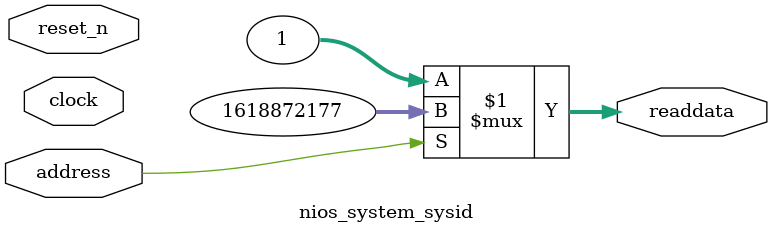
<source format=v>



// synthesis translate_off
`timescale 1ns / 1ps
// synthesis translate_on

// turn off superfluous verilog processor warnings 
// altera message_level Level1 
// altera message_off 10034 10035 10036 10037 10230 10240 10030 

module nios_system_sysid (
               // inputs:
                address,
                clock,
                reset_n,

               // outputs:
                readdata
             )
;

  output  [ 31: 0] readdata;
  input            address;
  input            clock;
  input            reset_n;

  wire    [ 31: 0] readdata;
  //control_slave, which is an e_avalon_slave
  assign readdata = address ? 1618872177 : 1;

endmodule



</source>
